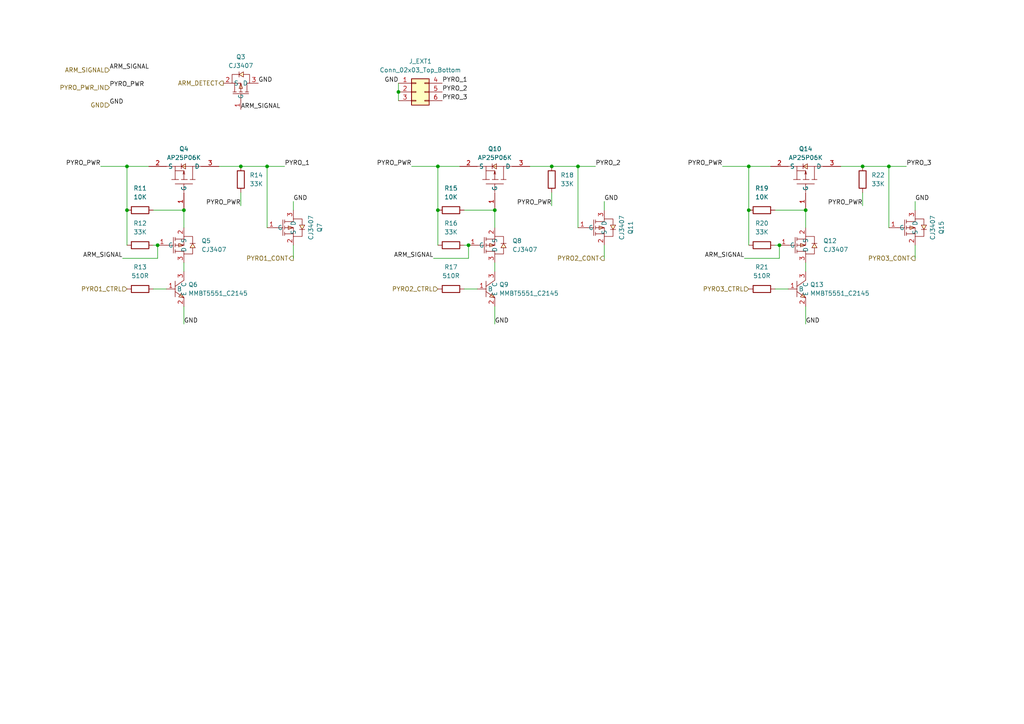
<source format=kicad_sch>
(kicad_sch (version 20230121) (generator eeschema)
  (paper "A4")
  (lib_symbols
    (symbol "Connector_Generic:Conn_02x03_Top_Bottom" (pin_names (offset 1.016) hide)
      (property "Reference" "J" (at 1.27 5.08 0))
      (property "Value" "Conn_02x03_Top_Bottom" (at 1.27 -5.08 0))
      (symbol "Conn_02x03_Top_Bottom_1_1"
        (rectangle (start -1.27 -2.413) (end 0 -2.667) (stroke (width 0.1524)))
        (rectangle (start -1.27 0.127) (end 0 -0.127) (stroke (width 0.1524)))
        (rectangle (start -1.27 2.667) (end 0 2.413) (stroke (width 0.1524)))
        (rectangle (start -1.27 3.81) (end 3.81 -3.81) (stroke (width 0.254)) (fill (type background)))
        (rectangle (start 3.81 -2.413) (end 2.54 -2.667) (stroke (width 0.1524)))
        (rectangle (start 3.81 0.127) (end 2.54 -0.127) (stroke (width 0.1524)))
        (rectangle (start 3.81 2.667) (end 2.54 2.413) (stroke (width 0.1524)))
        (pin passive line (at -5.08 2.54 0) (length 3.81) (name "Pin_1") (number "1"))
        (pin passive line (at -5.08 0 0) (length 3.81) (name "Pin_2") (number "2"))
        (pin passive line (at -5.08 -2.54 0) (length 3.81) (name "Pin_3") (number "3"))
        (pin passive line (at 7.62 2.54 180) (length 3.81) (name "Pin_4") (number "4"))
        (pin passive line (at 7.62 0 180) (length 3.81) (name "Pin_5") (number "5"))
        (pin passive line (at 7.62 -2.54 180) (length 3.81) (name "Pin_6") (number "6"))
      )
    )
    (symbol "Device:R" (pin_numbers hide) (pin_names (offset 0))
      (property "Reference" "R" (at 2.032 0 90))
      (property "Value" "R" (at 0 0 90))
      (symbol "R_0_1"
        (rectangle (start -1.016 -2.54) (end 1.016 2.54) (stroke (width 0.254)))
      )
      (symbol "R_1_1"
        (pin passive line (at 0 3.81 270) (length 1.27) (name "~") (number "1"))
        (pin passive line (at 0 -3.81 90) (length 1.27) (name "~") (number "2"))
      )
    )
    (symbol "Rocketry:AP25P06K"
      (property "Reference" "Q" (at 0 15.24 0))
      (property "Value" "AP25P06K" (at 0 -15.24 0))
      (symbol "AP25P06K_0_1"
        (polyline (pts (xy 0 0) (xy -2.29 0)))
        (polyline (pts (xy 0 2.54) (xy 0 -2.54)))
        (polyline (pts (xy 1.27 -2.54) (xy 5.08 -2.54)))
        (polyline (pts (xy 1.27 -1.78) (xy 1.27 -3.3)))
        (polyline (pts (xy 1.27 0.76) (xy 1.27 -1.02)))
        (polyline (pts (xy 1.27 2.54) (xy 5.08 2.54)))
        (polyline (pts (xy 1.27 3.56) (xy 1.27 1.52)))
        (polyline (pts (xy 3.81 0) (xy 2.79 -0.25)))
        (polyline (pts (xy 3.81 2.54) (xy 3.81 0)))
        (polyline (pts (xy 5.08 5.08) (xy 5.08 -5.08)))
        (polyline (pts (xy 5.84 0.76) (xy 4.32 0.76)))
        (polyline (pts (xy 1.27 0) (xy 3.81 0) (xy 2.79 0.25)))
        (polyline (pts (xy 5.84 -0.51) (xy 4.32 -0.51) (xy 5.08 0.76) (xy 5.84 -0.51)) (fill (type background)))
        (pin unspecified line (at -7.62 0 0) (length 5.08) (name "G") (number "1"))
        (pin unspecified line (at 5.08 10.16 270) (length 5.08) (name "S") (number "2"))
        (pin unspecified line (at 5.08 -10.16 90) (length 5.08) (name "D") (number "3"))
      )
    )
    (symbol "Rocketry:CJ3407"
      (property "Reference" "Q" (at 0 10.16 0))
      (property "Value" "CJ3407" (at 0 -10.16 0))
      (symbol "CJ3407_0_1"
        (polyline (pts (xy -2.54 0) (xy -0.51 0)))
        (polyline (pts (xy -0.51 2.29) (xy -0.51 -2.29)))
        (polyline (pts (xy 0 -2.29) (xy 0 -1.27)))
        (polyline (pts (xy 0 -0.51) (xy 0 0.51)))
        (polyline (pts (xy 0 1.27) (xy 0 2.29)))
        (polyline (pts (xy 2.54 -1.78) (xy 0 -1.78)))
        (polyline (pts (xy 2.54 1.78) (xy 0 1.78)))
        (polyline (pts (xy 0 0) (xy 2.54 0) (xy 2.54 -2.54)))
        (polyline (pts (xy 2.54 -2.54) (xy 5.08 -2.54) (xy 5.08 -0.51)))
        (polyline (pts (xy 2.54 0) (xy 1.02 0.51) (xy 1.02 -0.51) (xy 2.54 0)) (fill (type background)))
        (polyline (pts (xy 2.54 1.78) (xy 2.54 2.54) (xy 5.08 2.54) (xy 5.08 0.76)))
        (polyline (pts (xy 5.08 -0.51) (xy 5.84 0.76) (xy 4.32 0.76) (xy 5.08 -0.51)) (fill (type background)))
        (polyline (pts (xy 5.84 -0.51) (xy 5.59 -0.51) (xy 4.57 -0.51) (xy 4.32 -0.51)))
        (pin unspecified line (at -5.08 0 0) (length 2.54) (name "G") (number "1"))
        (pin unspecified line (at 2.54 -5.08 90) (length 2.54) (name "S") (number "2"))
        (pin unspecified line (at 2.54 5.08 270) (length 2.54) (name "D") (number "3"))
      )
    )
    (symbol "Rocketry:MMBT5551_C2145"
      (property "Reference" "Q" (at 0 10.16 0))
      (property "Value" "MMBT5551_C2145" (at 0 -10.16 0))
      (symbol "MMBT5551_C2145_0_1"
        (polyline (pts (xy 0 -0.76) (xy 2.54 -2.54)))
        (polyline (pts (xy 0 2.29) (xy 0 -2.29)))
        (polyline (pts (xy 2.54 2.54) (xy 0 0.76)))
        (polyline (pts (xy 2.54 -2.54) (xy 1.78 -1.27) (xy 1.02 -2.29) (xy 2.54 -2.54)) (fill (type background)))
        (pin unspecified line (at -2.54 0 0) (length 2.54) (name "B") (number "1"))
        (pin unspecified line (at 2.54 -5.08 90) (length 2.54) (name "E") (number "2"))
        (pin unspecified line (at 2.54 5.08 270) (length 2.54) (name "C") (number "3"))
      )
    )
  )
  (junction (at 233.68 60.96))
  (junction (at 217.17 48.26))
  (junction (at 226.06 71.12))
  (junction (at 127 48.26))
  (junction (at 135.89 71.12))
  (junction (at 36.83 60.96))
  (junction (at 217.17 60.96))
  (junction (at 257.81 48.26))
  (junction (at 143.51 60.96))
  (junction (at 115.57 26.67))
  (junction (at 36.83 48.26))
  (junction (at 160.02 48.26))
  (junction (at 53.34 60.96))
  (junction (at 69.85 48.26))
  (junction (at 77.47 48.26))
  (junction (at 45.72 71.12))
  (junction (at 250.19 48.26))
  (junction (at 167.64 48.26))
  (junction (at 127 60.96))
  (wire (pts (xy 226.06 74.93) (xy 226.06 71.12)))
  (wire (pts (xy 160.02 55.88) (xy 160.02 59.69)))
  (wire (pts (xy 224.79 83.82) (xy 228.6 83.82)))
  (wire (pts (xy 115.57 24.13) (xy 115.57 26.67)))
  (wire (pts (xy 153.67 48.26) (xy 160.02 48.26)))
  (wire (pts (xy 250.19 48.26) (xy 257.81 48.26)))
  (wire (pts (xy 135.89 74.93) (xy 135.89 71.12)))
  (wire (pts (xy 45.72 74.93) (xy 45.72 71.12)))
  (wire (pts (xy 224.79 71.12) (xy 226.06 71.12)))
  (wire (pts (xy 143.51 88.9) (xy 143.51 93.98)))
  (wire (pts (xy 125.73 74.93) (xy 135.89 74.93)))
  (wire (pts (xy 217.17 48.26) (xy 223.52 48.26)))
  (wire (pts (xy 217.17 60.96) (xy 217.17 71.12)))
  (wire (pts (xy 215.9 74.93) (xy 226.06 74.93)))
  (wire (pts (xy 127 48.26) (xy 133.35 48.26)))
  (wire (pts (xy 233.68 88.9) (xy 233.68 93.98)))
  (wire (pts (xy 265.43 58.42) (xy 265.43 60.96)))
  (wire (pts (xy 63.5 48.26) (xy 69.85 48.26)))
  (wire (pts (xy 250.19 55.88) (xy 250.19 59.69)))
  (wire (pts (xy 160.02 48.26) (xy 167.64 48.26)))
  (wire (pts (xy 243.84 48.26) (xy 250.19 48.26)))
  (wire (pts (xy 36.83 60.96) (xy 36.83 71.12)))
  (wire (pts (xy 53.34 76.2) (xy 53.34 78.74)))
  (wire (pts (xy 209.55 48.26) (xy 217.17 48.26)))
  (wire (pts (xy 257.81 48.26) (xy 262.89 48.26)))
  (wire (pts (xy 69.85 48.26) (xy 77.47 48.26)))
  (wire (pts (xy 77.47 48.26) (xy 82.55 48.26)))
  (wire (pts (xy 77.47 48.26) (xy 77.47 66.04)))
  (wire (pts (xy 167.64 48.26) (xy 172.72 48.26)))
  (wire (pts (xy 175.26 71.12) (xy 175.26 74.93)))
  (wire (pts (xy 265.43 71.12) (xy 265.43 74.93)))
  (wire (pts (xy 44.45 60.96) (xy 53.34 60.96)))
  (wire (pts (xy 29.21 48.26) (xy 36.83 48.26)))
  (wire (pts (xy 36.83 48.26) (xy 43.18 48.26)))
  (wire (pts (xy 217.17 48.26) (xy 217.17 60.96)))
  (wire (pts (xy 53.34 88.9) (xy 53.34 93.98)))
  (wire (pts (xy 233.68 60.96) (xy 233.68 66.04)))
  (wire (pts (xy 143.51 76.2) (xy 143.51 78.74)))
  (wire (pts (xy 127 60.96) (xy 127 71.12)))
  (wire (pts (xy 85.09 58.42) (xy 85.09 60.96)))
  (wire (pts (xy 167.64 48.26) (xy 167.64 66.04)))
  (wire (pts (xy 134.62 71.12) (xy 135.89 71.12)))
  (wire (pts (xy 53.34 60.96) (xy 53.34 66.04)))
  (wire (pts (xy 44.45 71.12) (xy 45.72 71.12)))
  (wire (pts (xy 143.51 60.96) (xy 143.51 66.04)))
  (wire (pts (xy 175.26 58.42) (xy 175.26 60.96)))
  (wire (pts (xy 115.57 26.67) (xy 115.57 29.21)))
  (wire (pts (xy 44.45 83.82) (xy 48.26 83.82)))
  (wire (pts (xy 36.83 48.26) (xy 36.83 60.96)))
  (wire (pts (xy 134.62 60.96) (xy 143.51 60.96)))
  (wire (pts (xy 119.38 48.26) (xy 127 48.26)))
  (wire (pts (xy 69.85 55.88) (xy 69.85 59.69)))
  (wire (pts (xy 257.81 48.26) (xy 257.81 66.04)))
  (wire (pts (xy 224.79 60.96) (xy 233.68 60.96)))
  (wire (pts (xy 127 48.26) (xy 127 60.96)))
  (wire (pts (xy 233.68 76.2) (xy 233.68 78.74)))
  (wire (pts (xy 134.62 83.82) (xy 138.43 83.82)))
  (wire (pts (xy 35.56 74.93) (xy 45.72 74.93)))
  (wire (pts (xy 85.09 71.12) (xy 85.09 74.93)))
  (label "GND" (at 74.93 24.13 0))
  (label "GND" (at 265.43 58.42 0))
  (label "ARM_SIGNAL" (at 69.85 31.75 0))
  (label "GND" (at 233.68 93.98 0))
  (label "PYRO_PWR" (at 29.21 48.26 180))
  (label "GND" (at 85.09 58.42 0))
  (label "PYRO_PWR" (at 250.19 59.69 180))
  (label "PYRO_2" (at 128.27 26.67 0))
  (label "PYRO_3" (at 128.27 29.21 0))
  (label "GND" (at 143.51 93.98 0))
  (label "PYRO_PWR" (at 31.75 25.4 0))
  (label "GND" (at 31.75 30.48 0))
  (label "ARM_SIGNAL" (at 125.73 74.93 180))
  (label "PYRO_PWR" (at 160.02 59.69 180))
  (label "PYRO_1" (at 82.55 48.26 0))
  (label "GND" (at 175.26 58.42 0))
  (label "ARM_SIGNAL" (at 31.75 20.32 0))
  (label "PYRO_1" (at 128.27 24.13 0))
  (label "PYRO_3" (at 262.89 48.26 0))
  (label "PYRO_PWR" (at 209.55 48.26 180))
  (label "GND" (at 115.57 24.13 180))
  (label "PYRO_PWR" (at 69.85 59.69 180))
  (label "PYRO_PWR" (at 119.38 48.26 180))
  (label "GND" (at 53.34 93.98 0))
  (label "PYRO_2" (at 172.72 48.26 0))
  (label "ARM_SIGNAL" (at 215.9 74.93 180))
  (label "ARM_SIGNAL" (at 35.56 74.93 180))
  (hierarchical_label "PYRO3_CONT" (shape output) (at 265.43 74.93 180))
  (hierarchical_label "PYRO2_CTRL" (shape input) (at 127 83.82 180))
  (hierarchical_label "GND" (shape input) (at 31.75 30.48 180))
  (hierarchical_label "ARM_DETECT" (shape output) (at 64.77 24.13 180))
  (hierarchical_label "ARM_SIGNAL" (shape input) (at 31.75 20.32 180))
  (hierarchical_label "PYRO_PWR_IN" (shape input) (at 31.75 25.4 180))
  (hierarchical_label "PYRO1_CTRL" (shape input) (at 36.83 83.82 180))
  (hierarchical_label "PYRO3_CTRL" (shape input) (at 217.17 83.82 180))
  (hierarchical_label "PYRO2_CONT" (shape output) (at 175.26 74.93 180))
  (hierarchical_label "PYRO1_CONT" (shape output) (at 85.09 74.93 180))
  (symbol (lib_id "Rocketry:CJ3407") (at 262.89 66.04 0) (unit 1)
    (property "Reference" "Q15" (at 273.05 66.04 90))
    (property "Value" "CJ3407" (at 270.51 66.04 90))
    (property "Footprint" "Rocketry:SOT-23-3_L2.9-W1.6-P1.90-LS2.8-BR" (effects hide))
    (property "Datasheet" "https://lcsc.com/product-detail/MOSFET_CJ3407-3407_C15903.html" (effects hide))
    (property "LCSC Part" "C15903" (effects hide))
  )
  (symbol (lib_id "Device:R") (at 69.85 52.07 180) (unit 1)
    (property "Reference" "R14" (at 72.39 50.8 0) (effects (justify right)))
    (property "Value" "33K" (at 72.39 53.34 0) (effects (justify right)))
    (property "Footprint" "Resistor_SMD:R_0402_1005Metric" (effects hide))
  )
  (symbol (lib_id "Device:R") (at 160.02 52.07 180) (unit 1)
    (property "Reference" "R18" (at 162.56 50.8 0) (effects (justify right)))
    (property "Value" "33K" (at 162.56 53.34 0) (effects (justify right)))
    (property "Footprint" "Resistor_SMD:R_0402_1005Metric" (effects hide))
  )
  (symbol (lib_id "Rocketry:CJ3407") (at 82.55 66.04 0) (unit 1)
    (property "Reference" "Q7" (at 92.71 66.04 90))
    (property "Value" "CJ3407" (at 90.17 66.04 90))
    (property "Footprint" "Rocketry:SOT-23-3_L2.9-W1.6-P1.90-LS2.8-BR" (effects hide))
    (property "Datasheet" "https://lcsc.com/product-detail/MOSFET_CJ3407-3407_C15903.html" (effects hide))
    (property "LCSC Part" "C15903" (effects hide))
  )
  (symbol (lib_id "Rocketry:CJ3407") (at 231.14 71.12 0) (mirror x) (unit 1)
    (property "Reference" "Q12" (at 238.76 69.85 0) (effects (justify left)))
    (property "Value" "CJ3407" (at 238.76 72.39 0) (effects (justify left)))
    (property "Footprint" "Rocketry:SOT-23-3_L2.9-W1.6-P1.90-LS2.8-BR" (effects hide))
    (property "Datasheet" "https://lcsc.com/product-detail/MOSFET_CJ3407-3407_C15903.html" (effects hide))
    (property "LCSC Part" "C15903" (effects hide))
  )
  (symbol (lib_id "Device:R") (at 130.81 60.96 90) (unit 1)
    (property "Reference" "R15" (at 130.81 54.61 90))
    (property "Value" "10K" (at 130.81 57.15 90))
    (property "Footprint" "Resistor_SMD:R_0402_1005Metric" (effects hide))
  )
  (symbol (lib_id "Rocketry:CJ3407") (at 140.97 71.12 0) (mirror x) (unit 1)
    (property "Reference" "Q8" (at 148.59 69.85 0) (effects (justify left)))
    (property "Value" "CJ3407" (at 148.59 72.39 0) (effects (justify left)))
    (property "Footprint" "Rocketry:SOT-23-3_L2.9-W1.6-P1.90-LS2.8-BR" (effects hide))
    (property "Datasheet" "https://lcsc.com/product-detail/MOSFET_CJ3407-3407_C15903.html" (effects hide))
    (property "LCSC Part" "C15903" (effects hide))
  )
  (symbol (lib_id "Device:R") (at 40.64 83.82 270) (unit 1)
    (property "Reference" "R13" (at 40.64 77.47 90))
    (property "Value" "510R" (at 40.64 80.01 90))
    (property "Footprint" "Resistor_SMD:R_0402_1005Metric" (effects hide))
  )
  (symbol (lib_id "Rocketry:AP25P06K") (at 53.34 53.34 90) (unit 1)
    (property "Reference" "Q4" (at 53.34 43.18 90))
    (property "Value" "AP25P06K" (at 53.34 45.72 90))
    (property "Footprint" "Rocketry:TO-252-2_L6.6-W6.1-P4.57-LS10.1-BL" (effects hide))
    (property "LCSC Part" "C2995326" (effects hide))
  )
  (symbol (lib_id "Rocketry:CJ3407") (at 69.85 26.67 270) (mirror x) (unit 1)
    (property "Reference" "Q3" (at 69.85 16.51 90))
    (property "Value" "CJ3407" (at 69.85 19.05 90))
    (property "Footprint" "Rocketry:SOT-23-3_L2.9-W1.6-P1.90-LS2.8-BR" (effects hide))
    (property "Datasheet" "https://lcsc.com/product-detail/MOSFET_CJ3407-3407_C15903.html" (effects hide))
    (property "LCSC Part" "C15903" (effects hide))
  )
  (symbol (lib_id "Rocketry:CJ3407") (at 172.72 66.04 0) (unit 1)
    (property "Reference" "Q11" (at 182.88 66.04 90))
    (property "Value" "CJ3407" (at 180.34 66.04 90))
    (property "Footprint" "Rocketry:SOT-23-3_L2.9-W1.6-P1.90-LS2.8-BR" (effects hide))
    (property "Datasheet" "https://lcsc.com/product-detail/MOSFET_CJ3407-3407_C15903.html" (effects hide))
    (property "LCSC Part" "C15903" (effects hide))
  )
  (symbol (lib_id "Device:R") (at 250.19 52.07 180) (unit 1)
    (property "Reference" "R22" (at 252.73 50.8 0) (effects (justify right)))
    (property "Value" "33K" (at 252.73 53.34 0) (effects (justify right)))
    (property "Footprint" "Resistor_SMD:R_0402_1005Metric" (effects hide))
  )
  (symbol (lib_id "Rocketry:MMBT5551_C2145") (at 50.8 83.82 0) (unit 1)
    (property "Reference" "Q6" (at 54.61 82.55 0) (effects (justify left)))
    (property "Value" "MMBT5551_C2145" (at 54.61 85.09 0) (effects (justify left)))
    (property "Footprint" "Rocketry:SOT-23-3_L2.9-W1.3-P1.90-LS2.4-BR" (effects hide))
    (property "Datasheet" "https://lcsc.com/product-detail/Transistors-NPN-PNP_MMBT5551-G1-H-200-300_C2145.html" (effects hide))
    (property "LCSC Part" "C2145" (effects hide))
  )
  (symbol (lib_id "Rocketry:MMBT5551_C2145") (at 140.97 83.82 0) (unit 1)
    (property "Reference" "Q9" (at 144.78 82.55 0) (effects (justify left)))
    (property "Value" "MMBT5551_C2145" (at 144.78 85.09 0) (effects (justify left)))
    (property "Footprint" "Rocketry:SOT-23-3_L2.9-W1.3-P1.90-LS2.4-BR" (effects hide))
    (property "Datasheet" "https://lcsc.com/product-detail/Transistors-NPN-PNP_MMBT5551-G1-H-200-300_C2145.html" (effects hide))
    (property "LCSC Part" "C2145" (effects hide))
  )
  (symbol (lib_id "Connector_Generic:Conn_02x03_Top_Bottom") (at 120.65 26.67 0) (unit 1)
    (property "Reference" "J_EXT1" (at 121.92 17.78 0))
    (property "Value" "Conn_02x03_Top_Bottom" (at 121.92 20.32 0))
    (property "Footprint" "Molex:1054051106" (effects hide))
    (instances (project "VLF4_PCB" (path "" (reference "J_EXT1") (unit 1)) (path "" (reference "J_PYRO1") (unit 1))))
  )
  (symbol (lib_id "Device:R") (at 220.98 71.12 90) (unit 1)
    (property "Reference" "R20" (at 220.98 64.77 90))
    (property "Value" "33K" (at 220.98 67.31 90))
    (property "Footprint" "Resistor_SMD:R_0402_1005Metric" (effects hide))
  )
  (symbol (lib_id "Device:R") (at 130.81 71.12 90) (unit 1)
    (property "Reference" "R16" (at 130.81 64.77 90))
    (property "Value" "33K" (at 130.81 67.31 90))
    (property "Footprint" "Resistor_SMD:R_0402_1005Metric" (effects hide))
  )
  (symbol (lib_id "Device:R") (at 130.81 83.82 270) (unit 1)
    (property "Reference" "R17" (at 130.81 77.47 90))
    (property "Value" "510R" (at 130.81 80.01 90))
    (property "Footprint" "Resistor_SMD:R_0402_1005Metric" (effects hide))
  )
  (symbol (lib_id "Rocketry:CJ3407") (at 50.8 71.12 0) (mirror x) (unit 1)
    (property "Reference" "Q5" (at 58.42 69.85 0) (effects (justify left)))
    (property "Value" "CJ3407" (at 58.42 72.39 0) (effects (justify left)))
    (property "Footprint" "Rocketry:SOT-23-3_L2.9-W1.6-P1.90-LS2.8-BR" (effects hide))
    (property "Datasheet" "https://lcsc.com/product-detail/MOSFET_CJ3407-3407_C15903.html" (effects hide))
    (property "LCSC Part" "C15903" (effects hide))
  )
  (symbol (lib_id "Device:R") (at 220.98 83.82 270) (unit 1)
    (property "Reference" "R21" (at 220.98 77.47 90))
    (property "Value" "510R" (at 220.98 80.01 90))
    (property "Footprint" "Resistor_SMD:R_0402_1005Metric" (effects hide))
  )
  (symbol (lib_id "Device:R") (at 40.64 71.12 90) (unit 1)
    (property "Reference" "R12" (at 40.64 64.77 90))
    (property "Value" "33K" (at 40.64 67.31 90))
    (property "Footprint" "Resistor_SMD:R_0402_1005Metric" (effects hide))
  )
  (symbol (lib_id "Rocketry:AP25P06K") (at 233.68 53.34 90) (unit 1)
    (property "Reference" "Q14" (at 233.68 43.18 90))
    (property "Value" "AP25P06K" (at 233.68 45.72 90))
    (property "Footprint" "Rocketry:TO-252-2_L6.6-W6.1-P4.57-LS10.1-BL" (effects hide))
    (property "LCSC Part" "C2995326" (effects hide))
  )
  (symbol (lib_id "Rocketry:AP25P06K") (at 143.51 53.34 90) (unit 1)
    (property "Reference" "Q10" (at 143.51 43.18 90))
    (property "Value" "AP25P06K" (at 143.51 45.72 90))
    (property "Footprint" "Rocketry:TO-252-2_L6.6-W6.1-P4.57-LS10.1-BL" (effects hide))
    (property "LCSC Part" "C2995326" (effects hide))
  )
  (symbol (lib_id "Device:R") (at 40.64 60.96 90) (unit 1)
    (property "Reference" "R11" (at 40.64 54.61 90))
    (property "Value" "10K" (at 40.64 57.15 90))
    (property "Footprint" "Resistor_SMD:R_0402_1005Metric" (effects hide))
  )
  (symbol (lib_id "Device:R") (at 220.98 60.96 90) (unit 1)
    (property "Reference" "R19" (at 220.98 54.61 90))
    (property "Value" "10K" (at 220.98 57.15 90))
    (property "Footprint" "Resistor_SMD:R_0402_1005Metric" (effects hide))
  )
  (symbol (lib_id "Rocketry:MMBT5551_C2145") (at 231.14 83.82 0) (unit 1)
    (property "Reference" "Q13" (at 234.95 82.55 0) (effects (justify left)))
    (property "Value" "MMBT5551_C2145" (at 234.95 85.09 0) (effects (justify left)))
    (property "Footprint" "Rocketry:SOT-23-3_L2.9-W1.3-P1.90-LS2.4-BR" (effects hide))
    (property "Datasheet" "https://lcsc.com/product-detail/Transistors-NPN-PNP_MMBT5551-G1-H-200-300_C2145.html" (effects hide))
    (property "LCSC Part" "C2145" (effects hide))
  )
)
</source>
